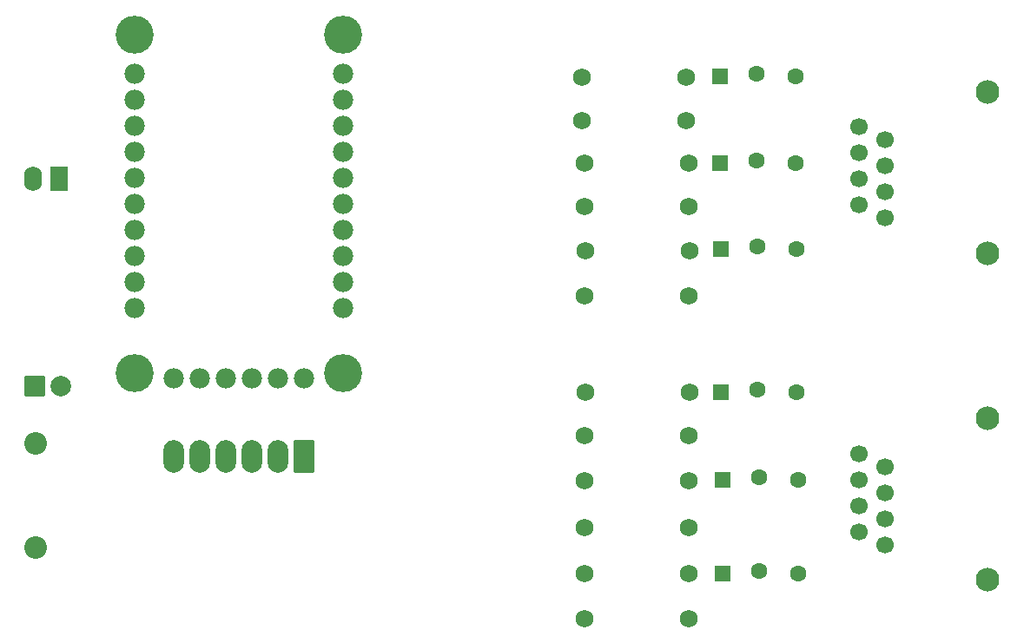
<source format=gbs>
G04 Layer: BottomSolderMaskLayer*
G04 EasyEDA v6.5.22, 2022-10-31 13:41:45*
G04 028e3914a6f949ed9ca799ef75e4ed4f,10*
G04 Gerber Generator version 0.2*
G04 Scale: 100 percent, Rotated: No, Reflected: No *
G04 Dimensions in inches *
G04 leading zeros omitted , absolute positions ,3 integer and 6 decimal *
%FSLAX36Y36*%
%MOIN*%

%AMMACRO1*1,1,$1,$2,$3*1,1,$1,$4,$5*1,1,$1,0-$2,0-$3*1,1,$1,0-$4,0-$5*20,1,$1,$2,$3,$4,$5,0*20,1,$1,$4,$5,0-$2,0-$3,0*20,1,$1,0-$2,0-$3,0-$4,0-$5,0*20,1,$1,0-$4,0-$5,$2,$3,0*4,1,4,$2,$3,$4,$5,0-$2,0-$3,0-$4,0-$5,$2,$3,0*%
%ADD10C,0.0906*%
%ADD11C,0.0669*%
%ADD12C,0.1460*%
%ADD13C,0.0780*%
%ADD14MACRO1,0.004X-0.0325X0.0453X0.0325X0.0453*%
%ADD15O,0.06896100000000001X0.094551*%
%ADD16C,0.0789*%
%ADD17MACRO1,0.008X0.0354X-0.0354X-0.0354X-0.0354*%
%ADD18O,0.07886599999999999X0.12611*%
%ADD19MACRO1,0.008X0.0354X-0.0591X-0.0354X-0.0591*%
%ADD20MACRO1,0.004X-0.0295X0.0295X0.0295X0.0295*%
%ADD21C,0.0631*%
%ADD22C,0.0680*%
%ADD23C,0.0867*%

%LPD*%
D10*
G01*
X4082439Y2289960D03*
G01*
X4082439Y2910039D03*
D11*
G01*
X3687559Y2425000D03*
G01*
X3587559Y2475000D03*
G01*
X3687559Y2525000D03*
G01*
X3587559Y2575000D03*
G01*
X3687559Y2625000D03*
G01*
X3587559Y2675000D03*
G01*
X3687559Y2725000D03*
G01*
X3587559Y2775000D03*
D10*
G01*
X4082439Y1034960D03*
G01*
X4082439Y1655039D03*
D11*
G01*
X3687559Y1170000D03*
G01*
X3587559Y1220000D03*
G01*
X3687559Y1270000D03*
G01*
X3587559Y1320000D03*
G01*
X3687559Y1370000D03*
G01*
X3587559Y1420000D03*
G01*
X3687559Y1470000D03*
G01*
X3587559Y1520000D03*
D12*
G01*
X1610000Y3130000D03*
D13*
G01*
X1610000Y2080000D03*
G01*
X1610000Y2180000D03*
G01*
X1610000Y2280000D03*
G01*
X1610000Y2380000D03*
G01*
X1610000Y2480000D03*
G01*
X1610000Y2580000D03*
G01*
X1610000Y2680000D03*
G01*
X1610000Y2780000D03*
G01*
X1610000Y2880000D03*
G01*
X1610000Y2980000D03*
D12*
G01*
X1610000Y1830000D03*
D13*
G01*
X1460000Y1810000D03*
G01*
X960000Y1810000D03*
G01*
X1060000Y1810000D03*
G01*
X1160000Y1810000D03*
G01*
X1260000Y1810000D03*
G01*
X1360000Y1810000D03*
D12*
G01*
X810000Y1830000D03*
D13*
G01*
X810000Y2080000D03*
G01*
X810000Y2980000D03*
G01*
X810000Y2880000D03*
G01*
X810000Y2780000D03*
G01*
X810000Y2680000D03*
G01*
X810000Y2580000D03*
G01*
X810000Y2480000D03*
G01*
X810000Y2380000D03*
G01*
X810000Y2280000D03*
G01*
X810000Y2180000D03*
G01*
X810000Y2080000D03*
D12*
G01*
X810000Y3130000D03*
D14*
G01*
X520000Y2575000D03*
D15*
G01*
X420000Y2575000D03*
D16*
G01*
X525000Y1780000D03*
D17*
G01*
X425000Y1780000D03*
D18*
G01*
X960000Y1510000D03*
G01*
X1060000Y1510000D03*
G01*
X1160000Y1510000D03*
G01*
X1260000Y1510000D03*
G01*
X1360000Y1510000D03*
D19*
G01*
X1460000Y1510000D03*
D20*
G01*
X3060000Y2305000D03*
D21*
G01*
X3200000Y2315000D03*
G01*
X3350000Y2305000D03*
D20*
G01*
X3055000Y2635000D03*
D21*
G01*
X3195000Y2645000D03*
G01*
X3345000Y2635000D03*
D20*
G01*
X3055000Y2970000D03*
D21*
G01*
X3195000Y2980000D03*
G01*
X3345000Y2970000D03*
D20*
G01*
X3060000Y1755000D03*
D21*
G01*
X3200000Y1765000D03*
G01*
X3350000Y1755000D03*
D20*
G01*
X3065000Y1420000D03*
D21*
G01*
X3205000Y1430000D03*
G01*
X3355000Y1420000D03*
D20*
G01*
X3065000Y1060000D03*
D21*
G01*
X3205000Y1070000D03*
G01*
X3355000Y1060000D03*
D22*
G01*
X2540000Y2300000D03*
G01*
X2940000Y2300000D03*
G01*
X2535000Y2125000D03*
G01*
X2935000Y2125000D03*
G01*
X2535000Y2635000D03*
G01*
X2935000Y2635000D03*
G01*
X2535000Y2470000D03*
G01*
X2935000Y2470000D03*
G01*
X2525000Y2965000D03*
G01*
X2925000Y2965000D03*
G01*
X2525000Y2800000D03*
G01*
X2925000Y2800000D03*
G01*
X2535000Y1590000D03*
G01*
X2935000Y1590000D03*
G01*
X2540000Y1755000D03*
G01*
X2940000Y1755000D03*
G01*
X2535000Y1235000D03*
G01*
X2935000Y1235000D03*
G01*
X2535000Y1415000D03*
G01*
X2935000Y1415000D03*
G01*
X2535000Y885000D03*
G01*
X2935000Y885000D03*
G01*
X2535000Y1060000D03*
G01*
X2935000Y1060000D03*
D23*
G01*
X430000Y1560000D03*
G01*
X430000Y1160000D03*
M02*

</source>
